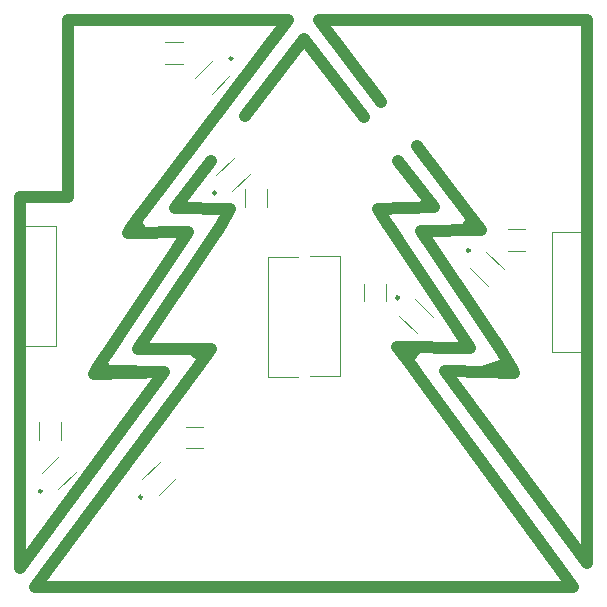
<source format=gbo>
%TF.GenerationSoftware,Altium Limited,Altium Designer,23.1.1 (15)*%
G04 Layer_Color=32896*
%FSLAX42Y42*%
%MOMM*%
%TF.SameCoordinates,B28E977E-5D45-45F3-9009-D632A0DEB075*%
%TF.FilePolarity,Positive*%
%TF.FileFunction,Legend,Bot*%
%TF.Part,Single*%
G01*
G75*
%TA.AperFunction,NonConductor*%
%ADD25C,0.25*%
%ADD26C,0.00*%
%ADD27C,1.00*%
D25*
X1030Y768D02*
G03*
X1030Y768I-12J0D01*
G01*
X181Y818D02*
G03*
X181Y818I-12J0D01*
G01*
X1795Y4482D02*
G03*
X1795Y4482I-12J0D01*
G01*
X3805Y2857D02*
G03*
X3805Y2857I-12J0D01*
G01*
X1655Y3343D02*
G03*
X1655Y3343I-12J0D01*
G01*
X3205Y2457D02*
G03*
X3205Y2457I-12J0D01*
G01*
D26*
X1170Y782D02*
X1318Y930D01*
X1032Y920D02*
X1180Y1068D01*
X1400Y1365D02*
X1550D01*
X1400Y1180D02*
X1550D01*
X0Y3300D02*
X400D01*
X4125Y3040D02*
X4275D01*
X3345Y2443D02*
X3493Y2295D01*
X3207Y2305D02*
X3355Y2157D01*
X1657Y3495D02*
X1805Y3643D01*
X1795Y3357D02*
X1943Y3505D01*
X2448Y1796D02*
X2702D01*
Y2812D01*
X2448D02*
X2702D01*
X2098Y1788D02*
X2352D01*
X2098D02*
Y2804D01*
X2352D01*
X3095Y2425D02*
Y2575D01*
X2910Y2425D02*
Y2575D01*
X1905Y3225D02*
Y3375D01*
X2090Y3225D02*
Y3375D01*
X183Y970D02*
X331Y1119D01*
X320Y833D02*
X469Y981D01*
X1620Y4182D02*
X1768Y4330D01*
X1482Y4320D02*
X1630Y4468D01*
X3945Y2843D02*
X4093Y2695D01*
X3807Y2705D02*
X3955Y2557D01*
X48Y3062D02*
X302D01*
Y2046D02*
Y3062D01*
X48Y2046D02*
X302D01*
X4498Y3012D02*
X4752D01*
X4498Y1996D02*
Y3012D01*
Y1996D02*
X4752D01*
X345Y1253D02*
Y1403D01*
X160Y1253D02*
Y1403D01*
X1225Y4620D02*
X1375D01*
X1225Y4435D02*
X1375D01*
X4125Y2855D02*
X4275D01*
X118Y16D02*
X4675Y0D01*
X4800Y4800D02*
X4803Y190D01*
X2550Y4800D02*
X4800D01*
X400Y3300D02*
Y4800D01*
D27*
X2400Y4646D02*
X2911Y3986D01*
X1904Y3997D02*
X2400Y4646D01*
X1308Y3213D02*
X1612Y3613D01*
X3200Y3610D02*
X3502Y3223D01*
X3325Y1860D02*
X4675Y10D01*
X3120Y3067D02*
X3810Y2033D01*
X1000Y2023D02*
X1690Y3057D01*
X125Y10D02*
X1475Y1835D01*
X3025Y3210D02*
X3502Y3223D01*
X3025Y3210D02*
X3116Y3074D01*
X1308Y3213D02*
X1775Y3210D01*
X1690Y3057D02*
X1775Y3210D01*
X1000Y2023D02*
X1590Y2020D01*
X1475Y1835D02*
X1610Y2020D01*
X3220Y2000D02*
X3340Y1840D01*
X3190Y2040D02*
X3220Y2000D01*
X3190Y2040D02*
X3810Y2033D01*
X125Y10D02*
X4675D01*
X3300Y1962D02*
X3349Y2022D01*
X1478Y2001D02*
X1540Y1950D01*
X1027Y3174D02*
X2270Y4810D01*
X730Y1979D02*
X1419Y3013D01*
X0Y170D02*
X1216Y1823D01*
X0Y170D02*
Y3310D01*
X400D01*
Y4810D01*
X2270D01*
X2530D02*
X4800D01*
Y210D02*
Y4810D01*
X3594Y1833D02*
X4800Y210D01*
X3594Y1833D02*
X3950Y1830D01*
X3391Y3023D02*
X4050Y2040D01*
X3359Y3741D02*
X3783Y3184D01*
X2530Y4810D02*
X3056Y4115D01*
X3391Y3023D02*
X3900Y3030D01*
X3783Y3184D02*
X3900Y3030D01*
X3787Y3066D02*
X3842Y3107D01*
X4050Y2040D02*
X4170Y1840D01*
X3920Y1830D02*
X4180Y1820D01*
X3920Y1830D02*
X4085Y1886D01*
X930Y3040D02*
X1023Y3168D01*
X910Y3000D02*
X1419Y3013D01*
X990Y3070D02*
X1030Y3010D01*
X640Y1840D02*
X722Y1967D01*
X620Y1810D02*
X1216Y1823D01*
X762Y1837D02*
X1216Y1823D01*
X700Y1880D02*
X730Y1830D01*
%TF.MD5,1243a29efc273210c4644e955c417f64*%
M02*

</source>
